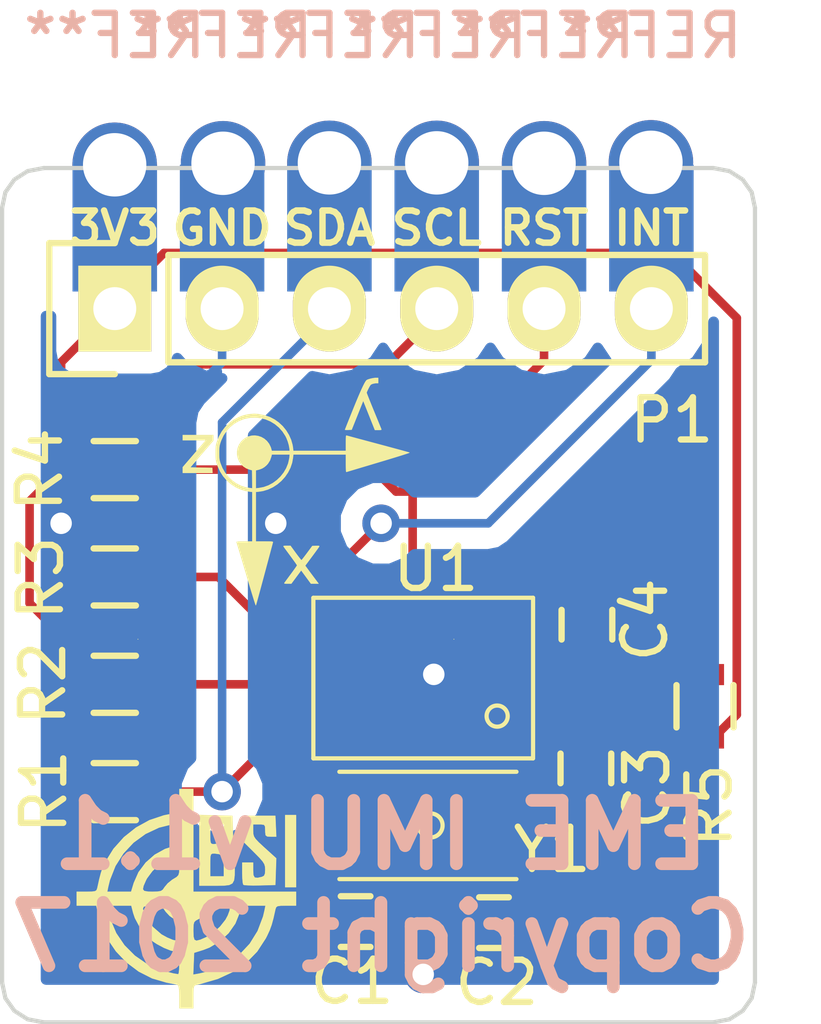
<source format=kicad_pcb>
(kicad_pcb (version 4) (host pcbnew 4.0.2-stable)

  (general
    (links 34)
    (no_connects 0)
    (area 146.483722 91.592599 164.401501 111.91038)
    (thickness 1.6)
    (drawings 28)
    (tracks 146)
    (zones 0)
    (modules 20)
    (nets 12)
  )

  (page A4)
  (layers
    (0 F.Cu signal)
    (31 B.Cu signal)
    (33 F.Adhes user)
    (34 B.Paste user)
    (35 F.Paste user)
    (36 B.SilkS user)
    (37 F.SilkS user)
    (38 B.Mask user)
    (39 F.Mask user)
    (40 Dwgs.User user)
    (41 Cmts.User user)
    (42 Eco1.User user)
    (43 Eco2.User user)
    (44 Edge.Cuts user)
    (45 Margin user)
    (47 F.CrtYd user)
    (49 F.Fab user)
  )

  (setup
    (last_trace_width 0.2032)
    (trace_clearance 0.2)
    (zone_clearance 0.508)
    (zone_45_only no)
    (trace_min 0.2032)
    (segment_width 0.2)
    (edge_width 0.1)
    (via_size 0.889)
    (via_drill 0.508)
    (via_min_size 0.889)
    (via_min_drill 0.508)
    (uvia_size 0.762)
    (uvia_drill 0.127)
    (uvias_allowed no)
    (uvia_min_size 0.508)
    (uvia_min_drill 0.127)
    (pcb_text_width 0.3)
    (pcb_text_size 1.5 1.5)
    (mod_edge_width 0.15)
    (mod_text_size 1 1)
    (mod_text_width 0.15)
    (pad_size 2 3)
    (pad_drill 0)
    (pad_to_mask_clearance 0)
    (aux_axis_origin 0 0)
    (grid_origin 149.2 112.75)
    (visible_elements 7FFFFFFF)
    (pcbplotparams
      (layerselection 0x01008_00000000)
      (usegerberextensions false)
      (excludeedgelayer true)
      (linewidth 0.100000)
      (plotframeref false)
      (viasonmask false)
      (mode 1)
      (useauxorigin false)
      (hpglpennumber 1)
      (hpglpenspeed 20)
      (hpglpendiameter 15)
      (hpglpenoverlay 2)
      (psnegative false)
      (psa4output false)
      (plotreference true)
      (plotvalue true)
      (plotinvisibletext false)
      (padsonsilk false)
      (subtractmaskfromsilk false)
      (outputformat 1)
      (mirror false)
      (drillshape 0)
      (scaleselection 1)
      (outputdirectory ../))
  )

  (net 0 "")
  (net 1 "Net-(C1-Pad1)")
  (net 2 GND)
  (net 3 "Net-(C2-Pad1)")
  (net 4 +3V3)
  (net 5 "Net-(C4-Pad1)")
  (net 6 /SDA)
  (net 7 /SCL)
  (net 8 /RESET)
  (net 9 /INT)
  (net 10 "Net-(R5-Pad2)")
  (net 11 "Net-(R3-Pad1)")

  (net_class Default "This is the default net class."
    (clearance 0.2)
    (trace_width 0.2032)
    (via_dia 0.889)
    (via_drill 0.508)
    (uvia_dia 0.762)
    (uvia_drill 0.127)
    (add_net +3V3)
    (add_net /INT)
    (add_net /RESET)
    (add_net /SCL)
    (add_net /SDA)
    (add_net GND)
    (add_net "Net-(C1-Pad1)")
    (add_net "Net-(C2-Pad1)")
    (add_net "Net-(C4-Pad1)")
    (add_net "Net-(R3-Pad1)")
    (add_net "Net-(R5-Pad2)")
  )

  (module MyFootprints:castle_pad (layer B.Cu) (tedit 59440CF4) (tstamp 5944102F)
    (at 161.9 93.065)
    (fp_text reference REF** (at 0 -4.55) (layer B.SilkS)
      (effects (font (size 1 1) (thickness 0.15)) (justify mirror))
    )
    (fp_text value castle_pad (at 0 4.55) (layer B.Fab)
      (effects (font (size 1 1) (thickness 0.15)) (justify mirror))
    )
    (pad 1 smd rect (at 0 0) (size 2 3) (layers B.Cu B.Paste B.Mask))
  )

  (module MyFootprints:castle_pad (layer B.Cu) (tedit 59440CF4) (tstamp 59441025)
    (at 159.36 93.065)
    (fp_text reference REF** (at 0 -4.55) (layer B.SilkS)
      (effects (font (size 1 1) (thickness 0.15)) (justify mirror))
    )
    (fp_text value castle_pad (at 0 4.55) (layer B.Fab)
      (effects (font (size 1 1) (thickness 0.15)) (justify mirror))
    )
    (pad 1 smd rect (at 0 0) (size 2 3) (layers B.Cu B.Paste B.Mask))
  )

  (module MyFootprints:castle_pad (layer B.Cu) (tedit 59440CF4) (tstamp 59441021)
    (at 156.82 93.065)
    (fp_text reference REF** (at 0 -4.55) (layer B.SilkS)
      (effects (font (size 1 1) (thickness 0.15)) (justify mirror))
    )
    (fp_text value castle_pad (at 0 4.55) (layer B.Fab)
      (effects (font (size 1 1) (thickness 0.15)) (justify mirror))
    )
    (pad 1 smd rect (at 0 0) (size 2 3) (layers B.Cu B.Paste B.Mask))
  )

  (module MyFootprints:castle_pad (layer B.Cu) (tedit 59440CF4) (tstamp 5944101D)
    (at 154.28 93.065)
    (fp_text reference REF** (at 0 -4.55) (layer B.SilkS)
      (effects (font (size 1 1) (thickness 0.15)) (justify mirror))
    )
    (fp_text value castle_pad (at 0 4.55) (layer B.Fab)
      (effects (font (size 1 1) (thickness 0.15)) (justify mirror))
    )
    (pad 1 smd rect (at 0 0) (size 2 3) (layers B.Cu B.Paste B.Mask))
  )

  (module MyFootprints:castle_pad (layer B.Cu) (tedit 59440CF4) (tstamp 59441017)
    (at 151.74 93.065)
    (fp_text reference REF** (at 0 -4.55) (layer B.SilkS)
      (effects (font (size 1 1) (thickness 0.15)) (justify mirror))
    )
    (fp_text value castle_pad (at 0 4.55) (layer B.Fab)
      (effects (font (size 1 1) (thickness 0.15)) (justify mirror))
    )
    (pad 1 smd rect (at 0 0) (size 2 3) (layers B.Cu B.Paste B.Mask))
  )

  (module Resistors_SMD:R_0603 (layer F.Cu) (tedit 5651304F) (tstamp 56510C11)
    (at 149.2 101.32 180)
    (descr "Resistor SMD 0603, reflow soldering, Vishay (see dcrcw.pdf)")
    (tags "resistor 0603")
    (path /56511D1D)
    (attr smd)
    (fp_text reference R3 (at 1.7526 -0.0254 270) (layer F.SilkS)
      (effects (font (size 1 1) (thickness 0.15)))
    )
    (fp_text value 10k (at -2.54 0 180) (layer F.Fab)
      (effects (font (size 1 1) (thickness 0.15)))
    )
    (fp_line (start -1.3 -0.8) (end 1.3 -0.8) (layer F.CrtYd) (width 0.05))
    (fp_line (start -1.3 0.8) (end 1.3 0.8) (layer F.CrtYd) (width 0.05))
    (fp_line (start -1.3 -0.8) (end -1.3 0.8) (layer F.CrtYd) (width 0.05))
    (fp_line (start 1.3 -0.8) (end 1.3 0.8) (layer F.CrtYd) (width 0.05))
    (fp_line (start 0.5 0.675) (end -0.5 0.675) (layer F.SilkS) (width 0.15))
    (fp_line (start -0.5 -0.675) (end 0.5 -0.675) (layer F.SilkS) (width 0.15))
    (pad 1 smd rect (at -0.75 0 180) (size 0.5 0.9) (layers F.Cu F.Paste F.Mask)
      (net 11 "Net-(R3-Pad1)"))
    (pad 2 smd rect (at 0.75 0 180) (size 0.5 0.9) (layers F.Cu F.Paste F.Mask)
      (net 2 GND))
    (model Resistors_SMD.3dshapes/R_0603.wrl
      (at (xyz 0 0 0))
      (scale (xyz 1 1 1))
      (rotate (xyz 0 0 0))
    )
  )

  (module Resistors_SMD:R_0603 (layer F.Cu) (tedit 56513054) (tstamp 56510C17)
    (at 149.2 98.78)
    (descr "Resistor SMD 0603, reflow soldering, Vishay (see dcrcw.pdf)")
    (tags "resistor 0603")
    (path /5651199E)
    (attr smd)
    (fp_text reference R4 (at -1.775 0 90) (layer F.SilkS)
      (effects (font (size 1 1) (thickness 0.15)))
    )
    (fp_text value 10k (at 2.54 0) (layer F.Fab)
      (effects (font (size 1 1) (thickness 0.15)))
    )
    (fp_line (start -1.3 -0.8) (end 1.3 -0.8) (layer F.CrtYd) (width 0.05))
    (fp_line (start -1.3 0.8) (end 1.3 0.8) (layer F.CrtYd) (width 0.05))
    (fp_line (start -1.3 -0.8) (end -1.3 0.8) (layer F.CrtYd) (width 0.05))
    (fp_line (start 1.3 -0.8) (end 1.3 0.8) (layer F.CrtYd) (width 0.05))
    (fp_line (start 0.5 0.675) (end -0.5 0.675) (layer F.SilkS) (width 0.15))
    (fp_line (start -0.5 -0.675) (end 0.5 -0.675) (layer F.SilkS) (width 0.15))
    (pad 1 smd rect (at -0.75 0) (size 0.5 0.9) (layers F.Cu F.Paste F.Mask)
      (net 4 +3V3))
    (pad 2 smd rect (at 0.75 0) (size 0.5 0.9) (layers F.Cu F.Paste F.Mask)
      (net 8 /RESET))
    (model Resistors_SMD.3dshapes/R_0603.wrl
      (at (xyz 0 0 0))
      (scale (xyz 1 1 1))
      (rotate (xyz 0 0 0))
    )
  )

  (module Capacitors_SMD:C_0603 (layer F.Cu) (tedit 5415D631) (tstamp 56510BF3)
    (at 158.175 109.5 180)
    (descr "Capacitor SMD 0603, reflow soldering, AVX (see smccp.pdf)")
    (tags "capacitor 0603")
    (path /56510F83)
    (attr smd)
    (fp_text reference C2 (at -0.0674 -1.4212 180) (layer F.SilkS)
      (effects (font (size 1 1) (thickness 0.15)))
    )
    (fp_text value 22pF (at -3.275 0.025 180) (layer F.Fab)
      (effects (font (size 1 1) (thickness 0.15)))
    )
    (fp_line (start -1.45 -0.75) (end 1.45 -0.75) (layer F.CrtYd) (width 0.05))
    (fp_line (start -1.45 0.75) (end 1.45 0.75) (layer F.CrtYd) (width 0.05))
    (fp_line (start -1.45 -0.75) (end -1.45 0.75) (layer F.CrtYd) (width 0.05))
    (fp_line (start 1.45 -0.75) (end 1.45 0.75) (layer F.CrtYd) (width 0.05))
    (fp_line (start -0.35 -0.6) (end 0.35 -0.6) (layer F.SilkS) (width 0.15))
    (fp_line (start 0.35 0.6) (end -0.35 0.6) (layer F.SilkS) (width 0.15))
    (pad 1 smd rect (at -0.75 0 180) (size 0.8 0.75) (layers F.Cu F.Paste F.Mask)
      (net 3 "Net-(C2-Pad1)"))
    (pad 2 smd rect (at 0.75 0 180) (size 0.8 0.75) (layers F.Cu F.Paste F.Mask)
      (net 2 GND))
    (model Capacitors_SMD.3dshapes/C_0603.wrl
      (at (xyz 0 0 0))
      (scale (xyz 1 1 1))
      (rotate (xyz 0 0 0))
    )
  )

  (module Footprints:LGA28 (layer F.Cu) (tedit 5650F004) (tstamp 56510C37)
    (at 156.5 103.7125 180)
    (path /5653F274)
    (fp_text reference U1 (at -0.3 2.5875 180) (layer F.SilkS)
      (effects (font (size 1 1) (thickness 0.15)))
    )
    (fp_text value BNO055 (at -0.32 2.3925 180) (layer F.Fab)
      (effects (font (size 1 1) (thickness 0.15)))
    )
    (fp_circle (center -1.75 -0.9) (end -1.5 -0.9) (layer F.SilkS) (width 0.1))
    (fp_line (start -2.6 -1.9) (end 2.6 -1.9) (layer F.SilkS) (width 0.1))
    (fp_line (start 2.6 -1.9) (end 2.6 1.9) (layer F.SilkS) (width 0.1))
    (fp_line (start 2.6 1.9) (end -2.6 1.9) (layer F.SilkS) (width 0.1))
    (fp_line (start -2.6 1.9) (end -2.6 -1.9) (layer F.SilkS) (width 0.1))
    (pad 20 smd rect (at 2.25 -1.5625 180) (size 0.25 0.475) (layers F.Cu F.Paste F.Mask)
      (net 6 /SDA))
    (pad 21 smd rect (at 1.75 -1.5625 180) (size 0.25 0.475) (layers F.Cu F.Paste F.Mask))
    (pad 22 smd rect (at 1.25 -1.5625 180) (size 0.25 0.475) (layers F.Cu F.Paste F.Mask))
    (pad 23 smd rect (at 0.75 -1.5625 180) (size 0.25 0.475) (layers F.Cu F.Paste F.Mask))
    (pad 24 smd rect (at 0.25 -1.5625 180) (size 0.25 0.475) (layers F.Cu F.Paste F.Mask))
    (pad 25 smd rect (at -0.25 -1.5625 180) (size 0.25 0.475) (layers F.Cu F.Paste F.Mask)
      (net 2 GND))
    (pad 26 smd rect (at -0.75 -1.5625 180) (size 0.25 0.475) (layers F.Cu F.Paste F.Mask)
      (net 1 "Net-(C1-Pad1)"))
    (pad 27 smd rect (at -1.25 -1.5625 180) (size 0.25 0.475) (layers F.Cu F.Paste F.Mask)
      (net 3 "Net-(C2-Pad1)"))
    (pad 28 smd rect (at -1.75 -1.5625 180) (size 0.25 0.475) (layers F.Cu F.Paste F.Mask)
      (net 4 +3V3))
    (pad 1 smd rect (at -2.25 -1.5625 180) (size 0.25 0.475) (layers F.Cu F.Paste F.Mask))
    (pad 15 smd rect (at 2.25 1.5625 180) (size 0.25 0.475) (layers F.Cu F.Paste F.Mask)
      (net 2 GND))
    (pad 14 smd rect (at 1.75 1.5625 180) (size 0.25 0.475) (layers F.Cu F.Paste F.Mask)
      (net 9 /INT))
    (pad 13 smd rect (at 1.25 1.5625 180) (size 0.25 0.475) (layers F.Cu F.Paste F.Mask))
    (pad 12 smd rect (at 0.75 1.5625 180) (size 0.25 0.475) (layers F.Cu F.Paste F.Mask))
    (pad 11 smd rect (at 0.25 1.5625 180) (size 0.25 0.475) (layers F.Cu F.Paste F.Mask)
      (net 8 /RESET))
    (pad 10 smd rect (at -0.25 1.5625 180) (size 0.25 0.475) (layers F.Cu F.Paste F.Mask)
      (net 2 GND))
    (pad 9 smd rect (at -0.75 1.5625 180) (size 0.25 0.475) (layers F.Cu F.Paste F.Mask)
      (net 5 "Net-(C4-Pad1)"))
    (pad 8 smd rect (at -1.25 1.5625 180) (size 0.25 0.475) (layers F.Cu F.Paste F.Mask))
    (pad 7 smd rect (at -1.75 1.5625 180) (size 0.25 0.475) (layers F.Cu F.Paste F.Mask))
    (pad 6 smd rect (at -2.25 1.5625 180) (size 0.25 0.475) (layers F.Cu F.Paste F.Mask)
      (net 2 GND))
    (pad 19 smd rect (at 2.3125 -0.75 180) (size 0.375 0.25) (layers F.Cu F.Paste F.Mask)
      (net 7 /SCL))
    (pad 18 smd rect (at 2.3125 -0.25 180) (size 0.375 0.25) (layers F.Cu F.Paste F.Mask)
      (net 2 GND))
    (pad 17 smd rect (at 2.3125 0.25 180) (size 0.375 0.25) (layers F.Cu F.Paste F.Mask)
      (net 11 "Net-(R3-Pad1)"))
    (pad 16 smd rect (at 2.3125 0.75 180) (size 0.375 0.25) (layers F.Cu F.Paste F.Mask)
      (net 2 GND))
    (pad 2 smd rect (at -2.3125 -0.75 180) (size 0.375 0.25) (layers F.Cu F.Paste F.Mask)
      (net 2 GND))
    (pad 3 smd rect (at -2.3125 -0.25 180) (size 0.375 0.25) (layers F.Cu F.Paste F.Mask)
      (net 4 +3V3))
    (pad 4 smd rect (at -2.3125 0.25 180) (size 0.375 0.25) (layers F.Cu F.Paste F.Mask)
      (net 10 "Net-(R5-Pad2)"))
    (pad 5 smd rect (at -2.3125 0.75 180) (size 0.375 0.25) (layers F.Cu F.Paste F.Mask)
      (net 2 GND))
    (model "C:/Users/BSI/Google Drive/Kicad/Kicad Projects/BNO055 Breakout - Teensy/Cut.wrl"
      (at (xyz 0 0 0))
      (scale (xyz 1 1 1))
      (rotate (xyz 0 0 0))
    )
  )

  (module Capacitors_SMD:C_0603 (layer F.Cu) (tedit 5415D631) (tstamp 56510BED)
    (at 154.9 109.475)
    (descr "Capacitor SMD 0603, reflow soldering, AVX (see smccp.pdf)")
    (tags "capacitor 0603")
    (path /56510F29)
    (attr smd)
    (fp_text reference C1 (at -0.0866 1.4208) (layer F.SilkS)
      (effects (font (size 1 1) (thickness 0.15)))
    )
    (fp_text value 22pF (at -3 0.075) (layer F.Fab)
      (effects (font (size 1 1) (thickness 0.15)))
    )
    (fp_line (start -1.45 -0.75) (end 1.45 -0.75) (layer F.CrtYd) (width 0.05))
    (fp_line (start -1.45 0.75) (end 1.45 0.75) (layer F.CrtYd) (width 0.05))
    (fp_line (start -1.45 -0.75) (end -1.45 0.75) (layer F.CrtYd) (width 0.05))
    (fp_line (start 1.45 -0.75) (end 1.45 0.75) (layer F.CrtYd) (width 0.05))
    (fp_line (start -0.35 -0.6) (end 0.35 -0.6) (layer F.SilkS) (width 0.15))
    (fp_line (start 0.35 0.6) (end -0.35 0.6) (layer F.SilkS) (width 0.15))
    (pad 1 smd rect (at -0.75 0) (size 0.8 0.75) (layers F.Cu F.Paste F.Mask)
      (net 1 "Net-(C1-Pad1)"))
    (pad 2 smd rect (at 0.75 0) (size 0.8 0.75) (layers F.Cu F.Paste F.Mask)
      (net 2 GND))
    (model Capacitors_SMD.3dshapes/C_0603.wrl
      (at (xyz 0 0 0))
      (scale (xyz 1 1 1))
      (rotate (xyz 0 0 0))
    )
  )

  (module Capacitors_SMD:C_0603 (layer F.Cu) (tedit 565144FA) (tstamp 56510BF9)
    (at 160.35 105.85 270)
    (descr "Capacitor SMD 0603, reflow soldering, AVX (see smccp.pdf)")
    (tags "capacitor 0603")
    (path /56510C9C)
    (attr smd)
    (fp_text reference C3 (at 0.4484 -1.4484 270) (layer F.SilkS)
      (effects (font (size 1 1) (thickness 0.15)))
    )
    (fp_text value 100nF (at 0.55 -1.55 270) (layer F.Fab)
      (effects (font (size 1 1) (thickness 0.15)))
    )
    (fp_line (start -1.45 -0.75) (end 1.45 -0.75) (layer F.CrtYd) (width 0.05))
    (fp_line (start -1.45 0.75) (end 1.45 0.75) (layer F.CrtYd) (width 0.05))
    (fp_line (start -1.45 -0.75) (end -1.45 0.75) (layer F.CrtYd) (width 0.05))
    (fp_line (start 1.45 -0.75) (end 1.45 0.75) (layer F.CrtYd) (width 0.05))
    (fp_line (start -0.35 -0.6) (end 0.35 -0.6) (layer F.SilkS) (width 0.15))
    (fp_line (start 0.35 0.6) (end -0.35 0.6) (layer F.SilkS) (width 0.15))
    (pad 1 smd rect (at -0.75 0 270) (size 0.8 0.75) (layers F.Cu F.Paste F.Mask)
      (net 4 +3V3))
    (pad 2 smd rect (at 0.75 0 270) (size 0.8 0.75) (layers F.Cu F.Paste F.Mask)
      (net 2 GND))
    (model Capacitors_SMD.3dshapes/C_0603.wrl
      (at (xyz 0 0 0))
      (scale (xyz 1 1 1))
      (rotate (xyz 0 0 0))
    )
  )

  (module Capacitors_SMD:C_0603 (layer F.Cu) (tedit 565144EF) (tstamp 56510BFF)
    (at 160.375 102.45 270)
    (descr "Capacitor SMD 0603, reflow soldering, AVX (see smccp.pdf)")
    (tags "capacitor 0603")
    (path /56510CD7)
    (attr smd)
    (fp_text reference C4 (at -0.114 -1.3726 270) (layer F.SilkS)
      (effects (font (size 1 1) (thickness 0.15)))
    )
    (fp_text value 100nF (at -1.13 -1.525 270) (layer F.Fab)
      (effects (font (size 1 1) (thickness 0.15)))
    )
    (fp_line (start -1.45 -0.75) (end 1.45 -0.75) (layer F.CrtYd) (width 0.05))
    (fp_line (start -1.45 0.75) (end 1.45 0.75) (layer F.CrtYd) (width 0.05))
    (fp_line (start -1.45 -0.75) (end -1.45 0.75) (layer F.CrtYd) (width 0.05))
    (fp_line (start 1.45 -0.75) (end 1.45 0.75) (layer F.CrtYd) (width 0.05))
    (fp_line (start -0.35 -0.6) (end 0.35 -0.6) (layer F.SilkS) (width 0.15))
    (fp_line (start 0.35 0.6) (end -0.35 0.6) (layer F.SilkS) (width 0.15))
    (pad 1 smd rect (at -0.75 0 270) (size 0.8 0.75) (layers F.Cu F.Paste F.Mask)
      (net 5 "Net-(C4-Pad1)"))
    (pad 2 smd rect (at 0.75 0 270) (size 0.8 0.75) (layers F.Cu F.Paste F.Mask)
      (net 2 GND))
    (model Capacitors_SMD.3dshapes/C_0603.wrl
      (at (xyz 0 0 0))
      (scale (xyz 1 1 1))
      (rotate (xyz 0 0 0))
    )
  )

  (module Resistors_SMD:R_0603 (layer F.Cu) (tedit 565144D7) (tstamp 56510C05)
    (at 149.2 106.4)
    (descr "Resistor SMD 0603, reflow soldering, Vishay (see dcrcw.pdf)")
    (tags "resistor 0603")
    (path /579F915E)
    (attr smd)
    (fp_text reference R1 (at -1.675 0 90) (layer F.SilkS)
      (effects (font (size 1 1) (thickness 0.15)))
    )
    (fp_text value 10k (at 2.54 -0.1) (layer F.Fab)
      (effects (font (size 1 1) (thickness 0.15)))
    )
    (fp_line (start -1.3 -0.8) (end 1.3 -0.8) (layer F.CrtYd) (width 0.05))
    (fp_line (start -1.3 0.8) (end 1.3 0.8) (layer F.CrtYd) (width 0.05))
    (fp_line (start -1.3 -0.8) (end -1.3 0.8) (layer F.CrtYd) (width 0.05))
    (fp_line (start 1.3 -0.8) (end 1.3 0.8) (layer F.CrtYd) (width 0.05))
    (fp_line (start 0.5 0.675) (end -0.5 0.675) (layer F.SilkS) (width 0.15))
    (fp_line (start -0.5 -0.675) (end 0.5 -0.675) (layer F.SilkS) (width 0.15))
    (pad 1 smd rect (at -0.75 0) (size 0.5 0.9) (layers F.Cu F.Paste F.Mask)
      (net 4 +3V3))
    (pad 2 smd rect (at 0.75 0) (size 0.5 0.9) (layers F.Cu F.Paste F.Mask)
      (net 6 /SDA))
    (model Resistors_SMD.3dshapes/R_0603.wrl
      (at (xyz 0 0 0))
      (scale (xyz 1 1 1))
      (rotate (xyz 0 0 0))
    )
  )

  (module Resistors_SMD:R_0603 (layer F.Cu) (tedit 565144D1) (tstamp 56510C0B)
    (at 149.2 103.86)
    (descr "Resistor SMD 0603, reflow soldering, Vishay (see dcrcw.pdf)")
    (tags "resistor 0603")
    (path /56511699)
    (attr smd)
    (fp_text reference R2 (at -1.7 -0.025 90) (layer F.SilkS)
      (effects (font (size 1 1) (thickness 0.15)))
    )
    (fp_text value 10k (at 2.54 -0.05) (layer F.Fab)
      (effects (font (size 1 1) (thickness 0.15)))
    )
    (fp_line (start -1.3 -0.8) (end 1.3 -0.8) (layer F.CrtYd) (width 0.05))
    (fp_line (start -1.3 0.8) (end 1.3 0.8) (layer F.CrtYd) (width 0.05))
    (fp_line (start -1.3 -0.8) (end -1.3 0.8) (layer F.CrtYd) (width 0.05))
    (fp_line (start 1.3 -0.8) (end 1.3 0.8) (layer F.CrtYd) (width 0.05))
    (fp_line (start 0.5 0.675) (end -0.5 0.675) (layer F.SilkS) (width 0.15))
    (fp_line (start -0.5 -0.675) (end 0.5 -0.675) (layer F.SilkS) (width 0.15))
    (pad 1 smd rect (at -0.75 0) (size 0.5 0.9) (layers F.Cu F.Paste F.Mask)
      (net 4 +3V3))
    (pad 2 smd rect (at 0.75 0) (size 0.5 0.9) (layers F.Cu F.Paste F.Mask)
      (net 7 /SCL))
    (model Resistors_SMD.3dshapes/R_0603.wrl
      (at (xyz 0 0 0))
      (scale (xyz 1 1 1))
      (rotate (xyz 0 0 0))
    )
  )

  (module Footprints:ABS07-XTAL (layer F.Cu) (tedit 565217F4) (tstamp 56510C3D)
    (at 156.675 107.2)
    (tags CRYSTAL)
    (path /56510EAC)
    (fp_text reference Y1 (at 2.875 0.575) (layer F.SilkS)
      (effects (font (size 1 1) (thickness 0.15)))
    )
    (fp_text value Crystal (at 0 0.47) (layer F.Fab)
      (effects (font (size 1 1) (thickness 0.15)))
    )
    (fp_circle (center 0 0) (end 0.127 0.254) (layer F.SilkS) (width 0.1))
    (fp_line (start -2.159 1.27) (end 2.032 1.27) (layer F.SilkS) (width 0.1))
    (fp_line (start -2.159 -1.27) (end 2.032 -1.27) (layer F.SilkS) (width 0.1))
    (pad 1 smd rect (at -1.25 0) (size 1 1.8) (layers F.Cu F.Paste F.Mask)
      (net 1 "Net-(C1-Pad1)"))
    (pad 2 smd rect (at 1.25 0) (size 1 1.8) (layers F.Cu F.Paste F.Mask)
      (net 3 "Net-(C2-Pad1)"))
    (model "C:/Users/BSI/Google Drive/Kicad/Kicad Projects/BNO055 Breakout - Teensy/Cube.wrl"
      (at (xyz -0.065 -0.03 0))
      (scale (xyz 1 1 1))
      (rotate (xyz 0 0 0))
    )
  )

  (module Pin_Headers:Pin_Header_Straight_1x06 (layer F.Cu) (tedit 59440602) (tstamp 579F791C)
    (at 149.2 94.97 90)
    (descr "Through hole pin header")
    (tags "pin header")
    (path /579F77F1)
    (fp_text reference P1 (at -2.6416 13.1826 180) (layer F.SilkS)
      (effects (font (size 1 1) (thickness 0.15)))
    )
    (fp_text value CONN_01X06 (at 2.54 7.62 180) (layer F.Fab)
      (effects (font (size 1 1) (thickness 0.15)))
    )
    (fp_line (start -1.75 -1.75) (end -1.75 14.45) (layer F.CrtYd) (width 0.05))
    (fp_line (start 1.75 -1.75) (end 1.75 14.45) (layer F.CrtYd) (width 0.05))
    (fp_line (start -1.75 -1.75) (end 1.75 -1.75) (layer F.CrtYd) (width 0.05))
    (fp_line (start -1.75 14.45) (end 1.75 14.45) (layer F.CrtYd) (width 0.05))
    (fp_line (start 1.27 1.27) (end 1.27 13.97) (layer F.SilkS) (width 0.15))
    (fp_line (start 1.27 13.97) (end -1.27 13.97) (layer F.SilkS) (width 0.15))
    (fp_line (start -1.27 13.97) (end -1.27 1.27) (layer F.SilkS) (width 0.15))
    (fp_line (start 1.55 -1.55) (end 1.55 0) (layer F.SilkS) (width 0.15))
    (fp_line (start 1.27 1.27) (end -1.27 1.27) (layer F.SilkS) (width 0.15))
    (fp_line (start -1.55 0) (end -1.55 -1.55) (layer F.SilkS) (width 0.15))
    (fp_line (start -1.55 -1.55) (end 1.55 -1.55) (layer F.SilkS) (width 0.15))
    (pad 1 thru_hole rect (at 0 0 90) (size 2.032 1.7272) (drill 1.016) (layers *.Cu *.Mask F.SilkS)
      (net 4 +3V3))
    (pad 2 thru_hole oval (at 0 2.54 90) (size 2.032 1.7272) (drill 1.016) (layers *.Cu *.Mask F.SilkS)
      (net 2 GND))
    (pad 3 thru_hole oval (at 0 5.08 90) (size 2.032 1.7272) (drill 1.016) (layers *.Cu *.Mask F.SilkS)
      (net 6 /SDA))
    (pad 4 thru_hole oval (at 0 7.62 90) (size 2.032 1.7272) (drill 1.016) (layers *.Cu *.Mask F.SilkS)
      (net 7 /SCL))
    (pad 5 thru_hole oval (at 0 10.16 90) (size 2.032 1.7272) (drill 1.016) (layers *.Cu *.Mask F.SilkS)
      (net 8 /RESET))
    (pad 6 thru_hole oval (at 0 12.7 90) (size 2.032 1.7272) (drill 1.016) (layers *.Cu *.Mask F.SilkS)
      (net 9 /INT))
    (model Pin_Headers.3dshapes/Pin_Header_Straight_1x06.wrl
      (at (xyz 0 -0.25 0))
      (scale (xyz 1 1 1))
      (rotate (xyz 0 0 90))
    )
  )

  (module Resistors_SMD:R_0603 (layer F.Cu) (tedit 5415CC62) (tstamp 579F7922)
    (at 163.17 104.38 90)
    (descr "Resistor SMD 0603, reflow soldering, Vishay (see dcrcw.pdf)")
    (tags "resistor 0603")
    (path /579F7EA6)
    (attr smd)
    (fp_text reference R5 (at -2.3502 0.1016 90) (layer F.SilkS)
      (effects (font (size 1 1) (thickness 0.15)))
    )
    (fp_text value 10k (at 0 1.9 90) (layer F.Fab)
      (effects (font (size 1 1) (thickness 0.15)))
    )
    (fp_line (start -1.3 -0.8) (end 1.3 -0.8) (layer F.CrtYd) (width 0.05))
    (fp_line (start -1.3 0.8) (end 1.3 0.8) (layer F.CrtYd) (width 0.05))
    (fp_line (start -1.3 -0.8) (end -1.3 0.8) (layer F.CrtYd) (width 0.05))
    (fp_line (start 1.3 -0.8) (end 1.3 0.8) (layer F.CrtYd) (width 0.05))
    (fp_line (start 0.5 0.675) (end -0.5 0.675) (layer F.SilkS) (width 0.15))
    (fp_line (start -0.5 -0.675) (end 0.5 -0.675) (layer F.SilkS) (width 0.15))
    (pad 1 smd rect (at -0.75 0 90) (size 0.5 0.9) (layers F.Cu F.Paste F.Mask)
      (net 4 +3V3))
    (pad 2 smd rect (at 0.75 0 90) (size 0.5 0.9) (layers F.Cu F.Paste F.Mask)
      (net 10 "Net-(R5-Pad2)"))
    (model Resistors_SMD.3dshapes/R_0603.wrl
      (at (xyz 0 0 0))
      (scale (xyz 1 1 1))
      (rotate (xyz 0 0 0))
    )
  )

  (module Graphics:small_bsi_logo (layer F.Cu) (tedit 0) (tstamp 57B74A97)
    (at 150.8764 108.9146)
    (fp_text reference G*** (at -24.9428 -2.6416) (layer F.SilkS) hide
      (effects (font (thickness 0.3)))
    )
    (fp_text value LOGO (at -24.3078 0.7112) (layer F.SilkS) hide
      (effects (font (thickness 0.3)))
    )
    (fp_poly (pts (xy 0.181429 -0.145143) (xy 2.612572 -0.145143) (xy 2.612572 0.181429) (xy 2.377406 0.181429)
      (xy 2.25035 0.183151) (xy 2.177885 0.192986) (xy 2.142038 0.217937) (xy 2.124839 0.265006)
      (xy 2.121312 0.281214) (xy 2.076572 0.482132) (xy 2.034584 0.635524) (xy 1.987241 0.765617)
      (xy 1.926437 0.896641) (xy 1.894962 0.957724) (xy 1.692661 1.268242) (xy 1.436929 1.530929)
      (xy 1.127116 1.746226) (xy 0.762571 1.914572) (xy 0.342643 2.036408) (xy 0.281214 2.04941)
      (xy 0.230392 2.062897) (xy 0.20064 2.088671) (xy 0.18632 2.143218) (xy 0.181792 2.243024)
      (xy 0.181429 2.34112) (xy 0.181429 2.612572) (xy -0.145143 2.612572) (xy -0.145143 2.33929)
      (xy -0.150423 2.178095) (xy -0.166742 2.084203) (xy -0.1905 2.053731) (xy -0.248728 2.040869)
      (xy -0.353251 2.020093) (xy -0.453571 2.001104) (xy -0.791176 1.902795) (xy -0.957488 1.818186)
      (xy 0.178171 1.818186) (xy 0.315871 1.793729) (xy 0.432115 1.767062) (xy 0.574072 1.726517)
      (xy 0.647063 1.70276) (xy 0.984869 1.550379) (xy 1.276602 1.343455) (xy 1.518276 1.086568)
      (xy 1.705902 0.784296) (xy 1.835494 0.441218) (xy 1.869043 0.299357) (xy 1.892624 0.181429)
      (xy 1.320006 0.181429) (xy 1.275 0.357033) (xy 1.175309 0.606445) (xy 1.015657 0.833558)
      (xy 0.807933 1.026282) (xy 0.564024 1.172527) (xy 0.417286 1.229233) (xy 0.199572 1.297509)
      (xy 0.188871 1.557847) (xy 0.178171 1.818186) (xy -0.957488 1.818186) (xy -1.108397 1.741414)
      (xy -1.396458 1.525524) (xy -1.646587 1.263688) (xy -1.850008 0.964472) (xy -1.997949 0.636437)
      (xy -2.054351 0.438677) (xy -2.101505 0.229871) (xy -1.840266 0.229871) (xy -1.839568 0.302292)
      (xy -1.806725 0.424563) (xy -1.778535 0.515867) (xy -1.643094 0.834984) (xy -1.448129 1.121509)
      (xy -1.202117 1.368185) (xy -0.91354 1.567758) (xy -0.590876 1.712972) (xy -0.290285 1.789235)
      (xy -0.210774 1.802671) (xy -0.172357 1.809344) (xy -0.159372 1.778509) (xy -0.149755 1.692425)
      (xy -0.145269 1.568398) (xy -0.145143 1.542143) (xy -0.146564 1.403442) (xy -0.153873 1.321962)
      (xy -0.171636 1.282364) (xy -0.204422 1.269312) (xy -0.226785 1.267973) (xy -0.349956 1.243674)
      (xy -0.50632 1.182187) (xy -0.673702 1.093239) (xy -0.774397 1.027783) (xy -0.939676 0.878419)
      (xy -1.087445 0.685134) (xy -1.198514 0.475649) (xy -1.238713 0.357033) (xy -1.264291 0.25723)
      (xy -1.013354 0.25723) (xy -0.984867 0.347893) (xy -0.928526 0.463849) (xy -0.774778 0.689663)
      (xy -0.573241 0.864598) (xy -0.435428 0.940579) (xy -0.297955 0.998136) (xy -0.21235 1.015086)
      (xy -0.166461 0.984994) (xy -0.148132 0.901423) (xy -0.145143 0.786864) (xy 0.181429 0.786864)
      (xy 0.185899 0.917576) (xy 0.207147 0.991862) (xy 0.256931 1.015202) (xy 0.347007 0.993076)
      (xy 0.489132 0.930964) (xy 0.489857 0.930625) (xy 0.658194 0.825694) (xy 0.817959 0.680332)
      (xy 0.946143 0.517761) (xy 1.001383 0.414444) (xy 1.044832 0.297215) (xy 1.04777 0.227609)
      (xy 1.00097 0.19343) (xy 0.895207 0.182478) (xy 0.8255 0.181878) (xy 0.699686 0.18445)
      (xy 0.623163 0.197959) (xy 0.572662 0.232037) (xy 0.524914 0.296312) (xy 0.516027 0.309963)
      (xy 0.429513 0.409621) (xy 0.324191 0.488923) (xy 0.307384 0.497663) (xy 0.238877 0.533676)
      (xy 0.201202 0.57285) (xy 0.185144 0.636348) (xy 0.181486 0.74533) (xy 0.181429 0.786864)
      (xy -0.145143 0.786864) (xy -0.146981 0.661359) (xy -0.158639 0.587263) (xy -0.189334 0.543413)
      (xy -0.248282 0.508648) (xy -0.271098 0.497663) (xy -0.375348 0.425706) (xy -0.468117 0.3268)
      (xy -0.47974 0.309963) (xy -0.529196 0.239994) (xy -0.577703 0.201756) (xy -0.648529 0.185619)
      (xy -0.764943 0.181951) (xy -0.789214 0.181878) (xy -0.921386 0.186081) (xy -0.994146 0.207246)
      (xy -1.013354 0.25723) (xy -1.264291 0.25723) (xy -1.283719 0.181429) (xy -1.567145 0.181429)
      (xy -1.71229 0.182468) (xy -1.800585 0.194273) (xy -1.840266 0.229871) (xy -2.101505 0.229871)
      (xy -2.112445 0.181429) (xy -2.576285 0.181429) (xy -2.576285 -0.145143) (xy -2.34112 -0.145143)
      (xy -1.856337 -0.145143) (xy -1.288143 -0.145243) (xy -1.27022 -0.204443) (xy -1.013243 -0.204443)
      (xy -0.980466 -0.162709) (xy -0.892043 -0.147161) (xy -0.787966 -0.145143) (xy -0.661317 -0.147646)
      (xy -0.585317 -0.160595) (xy -0.538082 -0.192147) (xy -0.497725 -0.250461) (xy -0.495542 -0.254147)
      (xy -0.42201 -0.341991) (xy -0.31855 -0.425959) (xy -0.288427 -0.444647) (xy -0.210573 -0.492052)
      (xy -0.167869 -0.536478) (xy -0.149721 -0.600759) (xy -0.145539 -0.707728) (xy -0.145422 -0.752928)
      (xy -0.150362 -0.886777) (xy -0.173747 -0.95996) (xy -0.22781 -0.979415) (xy -0.324782 -0.952082)
      (xy -0.422257 -0.909955) (xy -0.613761 -0.794428) (xy -0.785903 -0.63827) (xy -0.915486 -0.463588)
      (xy -0.939932 -0.416617) (xy -0.997393 -0.2849) (xy -1.013243 -0.204443) (xy -1.27022 -0.204443)
      (xy -1.224989 -0.353836) (xy -1.112538 -0.607589) (xy -0.943265 -0.834075) (xy -0.730159 -1.020965)
      (xy -0.486207 -1.155931) (xy -0.324928 -1.208181) (xy -0.145143 -1.250888) (xy -0.145143 -1.773437)
      (xy -0.281214 -1.752955) (xy -0.630919 -1.665108) (xy -0.950573 -1.514998) (xy -1.233452 -1.309083)
      (xy -1.472829 -1.053823) (xy -1.66198 -0.755674) (xy -1.794178 -0.421096) (xy -1.832757 -0.263071)
      (xy -1.856337 -0.145143) (xy -2.34112 -0.145143) (xy -2.214064 -0.146865) (xy -2.141599 -0.1567)
      (xy -2.105752 -0.181651) (xy -2.088552 -0.22872) (xy -2.085025 -0.244928) (xy -2.041644 -0.44188)
      (xy -2.003314 -0.588371) (xy -1.963511 -0.705581) (xy -1.915716 -0.814692) (xy -1.899305 -0.84809)
      (xy -1.705425 -1.160198) (xy -1.459373 -1.434865) (xy -1.171923 -1.66379) (xy -0.853846 -1.838668)
      (xy -0.515916 -1.951197) (xy -0.450326 -1.964849) (xy -0.327693 -1.988497) (xy -0.231244 -2.008166)
      (xy -0.1905 -2.017445) (xy -0.163983 -2.056434) (xy -0.149133 -2.15878) (xy -0.145143 -2.303004)
      (xy -0.145143 -2.576285) (xy 0.181429 -2.576285) (xy 0.181429 -0.145143)) (layer F.SilkS) (width 0.01))
    (fp_poly (pts (xy 2.612572 -0.254) (xy 2.358572 -0.254) (xy 2.358572 -1.959428) (xy 2.612572 -1.959428)
      (xy 2.612572 -0.254)) (layer F.SilkS) (width 0.01))
    (fp_poly (pts (xy 0.716643 -1.951585) (xy 1.106714 -1.941285) (xy 1.117411 -1.614714) (xy 1.120937 -1.456301)
      (xy 1.117094 -1.353568) (xy 1.103099 -1.289769) (xy 1.07617 -1.248157) (xy 1.053024 -1.227179)
      (xy 0.97794 -1.166216) (xy 1.069542 -1.074614) (xy 1.117054 -1.019364) (xy 1.144652 -0.958001)
      (xy 1.157584 -0.869443) (xy 1.161103 -0.732611) (xy 1.161143 -0.706835) (xy 1.158987 -0.534477)
      (xy 1.144628 -0.417742) (xy 1.106234 -0.345793) (xy 1.031971 -0.307793) (xy 0.910006 -0.292904)
      (xy 0.728504 -0.290289) (xy 0.706295 -0.290285) (xy 0.326572 -0.290285) (xy 0.326572 -0.780143)
      (xy 0.580572 -0.780143) (xy 0.580572 -0.508) (xy 0.907143 -0.508) (xy 0.907143 -0.74258)
      (xy 0.898309 -0.895144) (xy 0.865475 -0.989196) (xy 0.799147 -1.037332) (xy 0.689829 -1.052148)
      (xy 0.673671 -1.052286) (xy 0.626324 -1.04916) (xy 0.598572 -1.02959) (xy 0.585182 -0.97828)
      (xy 0.580922 -0.879938) (xy 0.580572 -0.780143) (xy 0.326572 -0.780143) (xy 0.326572 -1.741714)
      (xy 0.580572 -1.741714) (xy 0.580572 -1.505857) (xy 0.582093 -1.379106) (xy 0.590976 -1.308511)
      (xy 0.613697 -1.277664) (xy 0.656734 -1.270155) (xy 0.673671 -1.27) (xy 0.775344 -1.284823)
      (xy 0.836957 -1.307562) (xy 0.87958 -1.345837) (xy 0.900982 -1.414917) (xy 0.907129 -1.534852)
      (xy 0.907143 -1.543419) (xy 0.907143 -1.741714) (xy 0.580572 -1.741714) (xy 0.326572 -1.741714)
      (xy 0.326572 -1.961884) (xy 0.716643 -1.951585)) (layer F.SilkS) (width 0.01))
    (fp_poly (pts (xy 2.133444 -1.696357) (xy 2.144173 -1.451428) (xy 2.015515 -1.451428) (xy 1.933145 -1.455726)
      (xy 1.89654 -1.48257) (xy 1.887149 -1.552888) (xy 1.886857 -1.596571) (xy 1.883366 -1.689474)
      (xy 1.858925 -1.730756) (xy 1.792584 -1.741365) (xy 1.741715 -1.741714) (xy 1.596572 -1.741714)
      (xy 1.596572 -1.58672) (xy 1.599832 -1.513311) (xy 1.616237 -1.453358) (xy 1.655718 -1.392238)
      (xy 1.728209 -1.315324) (xy 1.843642 -1.20799) (xy 1.870075 -1.184014) (xy 2.143579 -0.936303)
      (xy 2.133147 -0.622366) (xy 2.122715 -0.308428) (xy 1.758023 -0.298167) (xy 1.601877 -0.296222)
      (xy 1.473723 -0.299212) (xy 1.390315 -0.306489) (xy 1.367952 -0.313286) (xy 1.355179 -0.359975)
      (xy 1.346063 -0.458018) (xy 1.342572 -0.586219) (xy 1.342572 -0.834571) (xy 1.596572 -0.834571)
      (xy 1.596572 -0.653143) (xy 1.603328 -0.536706) (xy 1.633813 -0.480232) (xy 1.703355 -0.472073)
      (xy 1.805215 -0.494584) (xy 1.858547 -0.521441) (xy 1.882177 -0.578576) (xy 1.886857 -0.667354)
      (xy 1.882984 -0.738961) (xy 1.865121 -0.800485) (xy 1.823906 -0.866388) (xy 1.749974 -0.951131)
      (xy 1.633963 -1.069174) (xy 1.613529 -1.089479) (xy 1.3402 -1.360714) (xy 1.350457 -1.651)
      (xy 1.360714 -1.941285) (xy 2.122715 -1.941285) (xy 2.133444 -1.696357)) (layer F.SilkS) (width 0.01))
  )

  (module MyFootprints:castle_pad (layer B.Cu) (tedit 59440CF4) (tstamp 59441008)
    (at 149.2 93.065)
    (fp_text reference REF** (at 0 -4.55) (layer B.SilkS)
      (effects (font (size 1 1) (thickness 0.15)) (justify mirror))
    )
    (fp_text value castle_pad (at 0 4.55) (layer B.Fab)
      (effects (font (size 1 1) (thickness 0.15)) (justify mirror))
    )
    (pad 1 smd rect (at 0 0) (size 2 3) (layers B.Cu B.Paste B.Mask))
  )

  (module MyFootprints:axis_labels (layer F.Cu) (tedit 0) (tstamp 59441D0A)
    (at 153.4926 99.3642 180)
    (fp_text reference G*** (at 21.4884 3.302 180) (layer F.SilkS) hide
      (effects (font (thickness 0.3)))
    )
    (fp_text value LOGO (at 20.8534 1.0668 180) (layer F.SilkS) hide
      (effects (font (thickness 0.3)))
    )
    (fp_poly (pts (xy -3.72872 3.429) (xy -3.7338 3.43408) (xy -3.73888 3.429) (xy -3.7338 3.42392)
      (xy -3.72872 3.429)) (layer F.SilkS) (width 0.01))
    (fp_poly (pts (xy 3.74904 3.429) (xy 3.74396 3.43408) (xy 3.73888 3.429) (xy 3.74396 3.42392)
      (xy 3.74904 3.429)) (layer F.SilkS) (width 0.01))
    (fp_poly (pts (xy -1.86436 1.524239) (xy -1.588092 2.217553) (xy -1.450421 1.873316) (xy -1.312751 1.52908)
      (xy -1.235496 1.526112) (xy -1.198815 1.525423) (xy -1.171564 1.526282) (xy -1.158665 1.528498)
      (xy -1.15824 1.529107) (xy -1.16193 1.539415) (xy -1.172521 1.566765) (xy -1.189297 1.609359)
      (xy -1.211544 1.6654) (xy -1.238546 1.733093) (xy -1.269587 1.81064) (xy -1.303951 1.896244)
      (xy -1.340922 1.988109) (xy -1.35159 2.014575) (xy -1.412034 2.163067) (xy -1.466032 2.292726)
      (xy -1.513759 2.403928) (xy -1.55539 2.497052) (xy -1.5911 2.572474) (xy -1.621062 2.630573)
      (xy -1.645452 2.671727) (xy -1.664445 2.696311) (xy -1.668536 2.700049) (xy -1.691801 2.712436)
      (xy -1.729086 2.725438) (xy -1.774209 2.737502) (xy -1.820984 2.747074) (xy -1.863229 2.7526)
      (xy -1.880671 2.75336) (xy -1.94056 2.75336) (xy -1.94056 2.63144) (xy -1.89665 2.63144)
      (xy -1.858606 2.627873) (xy -1.817218 2.618971) (xy -1.80586 2.615466) (xy -1.783717 2.606982)
      (xy -1.76709 2.596632) (xy -1.75245 2.580415) (xy -1.73627 2.554329) (xy -1.71502 2.514374)
      (xy -1.71261 2.509712) (xy -1.69283 2.469966) (xy -1.677253 2.435914) (xy -1.66795 2.412235)
      (xy -1.66624 2.404882) (xy -1.669998 2.392582) (xy -1.680744 2.363505) (xy -1.697687 2.319647)
      (xy -1.720036 2.263003) (xy -1.747 2.195568) (xy -1.777787 2.119337) (xy -1.811608 2.036306)
      (xy -1.834784 1.979776) (xy -1.870443 1.893) (xy -1.90394 1.811441) (xy -1.934438 1.737146)
      (xy -1.961095 1.672165) (xy -1.983071 1.618545) (xy -1.999527 1.578335) (xy -2.009622 1.553583)
      (xy -2.012333 1.54686) (xy -2.015998 1.535376) (xy -2.013297 1.528581) (xy -2.000505 1.525256)
      (xy -1.973895 1.524182) (xy -1.942849 1.524119) (xy -1.86436 1.524239)) (layer F.SilkS) (width 0.01))
    (fp_poly (pts (xy 0.958069 -2.615594) (xy 0.967309 -2.589321) (xy 0.981385 -2.546505) (xy 0.999839 -2.488619)
      (xy 1.022213 -2.417137) (xy 1.048049 -2.333532) (xy 1.076891 -2.239277) (xy 1.108281 -2.135845)
      (xy 1.14176 -2.024709) (xy 1.176873 -1.907343) (xy 1.182615 -1.888073) (xy 1.218021 -1.769248)
      (xy 1.251811 -1.65594) (xy 1.283528 -1.549681) (xy 1.312714 -1.451996) (xy 1.338913 -1.364416)
      (xy 1.361665 -1.288469) (xy 1.380514 -1.225683) (xy 1.395002 -1.177587) (xy 1.404671 -1.14571)
      (xy 1.409064 -1.13158) (xy 1.409224 -1.131123) (xy 1.407621 -1.126255) (xy 1.397008 -1.122658)
      (xy 1.375084 -1.120163) (xy 1.339547 -1.118602) (xy 1.288095 -1.117805) (xy 1.225367 -1.1176)
      (xy 1.03632 -1.1176) (xy 1.03632 0.058592) (xy 1.1049 0.065633) (xy 1.188952 0.080094)
      (xy 1.279438 0.105676) (xy 1.367874 0.139702) (xy 1.420687 0.165317) (xy 1.535167 0.237854)
      (xy 1.636941 0.325781) (xy 1.725036 0.427899) (xy 1.79848 0.543006) (xy 1.856298 0.669903)
      (xy 1.875692 0.72644) (xy 1.886634 0.763082) (xy 1.894364 0.794597) (xy 1.899434 0.825895)
      (xy 1.902393 0.861887) (xy 1.903795 0.907483) (xy 1.904189 0.967594) (xy 1.904195 0.98044)
      (xy 1.903925 1.043711) (xy 1.902747 1.091576) (xy 1.900111 1.128945) (xy 1.895465 1.16073)
      (xy 1.888259 1.191841) (xy 1.877941 1.227189) (xy 1.875692 1.23444) (xy 1.824839 1.365841)
      (xy 1.758333 1.485511) (xy 1.677221 1.592373) (xy 1.582554 1.685349) (xy 1.47538 1.763361)
      (xy 1.356749 1.825334) (xy 1.268018 1.858415) (xy 1.216732 1.872835) (xy 1.162658 1.885146)
      (xy 1.115174 1.893292) (xy 1.10236 1.894733) (xy 1.062475 1.898494) (xy 1.027477 1.902069)
      (xy 1.00584 1.904573) (xy 0.985074 1.90474) (xy 0.94997 1.902401) (xy 0.906291 1.898006)
      (xy 0.87884 1.894633) (xy 0.745796 1.868653) (xy 0.623944 1.826661) (xy 0.510666 1.767551)
      (xy 0.412484 1.697677) (xy 0.319165 1.610542) (xy 0.238231 1.510851) (xy 0.171392 1.401665)
      (xy 0.12036 1.286048) (xy 0.086844 1.167062) (xy 0.075793 1.09474) (xy 0.068752 1.02616)
      (xy 0.149775 1.02616) (xy 0.156752 1.08966) (xy 0.170272 1.164783) (xy 0.193799 1.246695)
      (xy 0.224445 1.326478) (xy 0.250931 1.380582) (xy 0.321796 1.489108) (xy 0.406096 1.583623)
      (xy 0.501961 1.663365) (xy 0.607523 1.727572) (xy 0.720914 1.775481) (xy 0.840266 1.80633)
      (xy 0.96371 1.819358) (xy 1.089378 1.8138) (xy 1.215402 1.788897) (xy 1.236573 1.782731)
      (xy 1.356633 1.735762) (xy 1.466411 1.67188) (xy 1.564593 1.59241) (xy 1.649865 1.498674)
      (xy 1.720911 1.391994) (xy 1.776417 1.273694) (xy 1.794707 1.221091) (xy 1.805761 1.183969)
      (xy 1.813447 1.15156) (xy 1.818373 1.11863) (xy 1.821147 1.079943) (xy 1.822377 1.030266)
      (xy 1.822656 0.98044) (xy 1.822432 0.918913) (xy 1.82113 0.872508) (xy 1.818152 0.836031)
      (xy 1.812902 0.80429) (xy 1.804781 0.772091) (xy 1.794954 0.739788) (xy 1.747198 0.620136)
      (xy 1.683717 0.510479) (xy 1.606237 0.412283) (xy 1.516478 0.327017) (xy 1.416164 0.256148)
      (xy 1.307017 0.201143) (xy 1.19076 0.16347) (xy 1.099614 0.147435) (xy 1.035909 0.140197)
      (xy 1.038654 0.355966) (xy 1.0414 0.571735) (xy 1.097033 0.585966) (xy 1.178376 0.616314)
      (xy 1.247942 0.661185) (xy 1.305072 0.718093) (xy 1.349107 0.784552) (xy 1.379385 0.858075)
      (xy 1.395248 0.936176) (xy 1.396035 1.016369) (xy 1.381087 1.096166) (xy 1.349743 1.173082)
      (xy 1.301344 1.244631) (xy 1.278511 1.269724) (xy 1.210708 1.325524) (xy 1.136595 1.363659)
      (xy 1.058567 1.384822) (xy 0.979015 1.389711) (xy 0.900334 1.379021) (xy 0.824917 1.353448)
      (xy 0.755157 1.313687) (xy 0.693447 1.260435) (xy 0.642182 1.194386) (xy 0.603753 1.116238)
      (xy 0.589204 1.06934) (xy 0.578336 1.02616) (xy 0.149775 1.02616) (xy 0.068752 1.02616)
      (xy -1.17856 1.02616) (xy -1.17856 1.209724) (xy -1.178689 1.274945) (xy -1.179249 1.322487)
      (xy -1.180506 1.354992) (xy -1.182722 1.375101) (xy -1.18616 1.385454) (xy -1.191086 1.388693)
      (xy -1.19634 1.387916) (xy -1.208835 1.384471) (xy -1.239382 1.376197) (xy -1.286402 1.363519)
      (xy -1.34832 1.346859) (xy -1.423557 1.326641) (xy -1.510535 1.30329) (xy -1.607677 1.277228)
      (xy -1.713405 1.248881) (xy -1.826143 1.21867) (xy -1.94056 1.188025) (xy -2.058443 1.156413)
      (xy -2.170728 1.12621) (xy -2.275853 1.097843) (xy -2.372252 1.071738) (xy -2.458364 1.048321)
      (xy -2.532622 1.028019) (xy -2.593464 1.011258) (xy -2.639325 0.998465) (xy -2.668642 0.990065)
      (xy -2.679804 0.986512) (xy -2.672379 0.982579) (xy -2.646923 0.973353) (xy -2.604894 0.959292)
      (xy -2.547752 0.940852) (xy -2.476955 0.918489) (xy -2.393962 0.89266) (xy -2.300232 0.863821)
      (xy -2.197223 0.832429) (xy -2.086395 0.798941) (xy -1.969205 0.763812) (xy -1.948284 0.75757)
      (xy -1.829417 0.722113) (xy -1.716086 0.688284) (xy -1.609816 0.65654) (xy -1.512132 0.627336)
      (xy -1.424558 0.60113) (xy -1.348621 0.578378) (xy -1.285845 0.559538) (xy -1.237756 0.545065)
      (xy -1.205878 0.535416) (xy -1.191737 0.531048) (xy -1.19126 0.530885) (xy -1.186822 0.533537)
      (xy -1.183479 0.546592) (xy -1.181107 0.57207) (xy -1.179581 0.61199) (xy -1.178774 0.668371)
      (xy -1.17856 0.735512) (xy -1.17856 0.94488) (xy 0.068494 0.94488) (xy 0.149593 0.94488)
      (xy 0.577093 0.94488) (xy 0.589657 0.89154) (xy 0.620033 0.804408) (xy 0.667509 0.728232)
      (xy 0.703014 0.688956) (xy 0.752733 0.646214) (xy 0.804723 0.614592) (xy 0.865316 0.590864)
      (xy 0.9271 0.574758) (xy 0.95504 0.568572) (xy 0.95504 0.139433) (xy 0.88646 0.146372)
      (xy 0.769291 0.168151) (xy 0.656936 0.208184) (xy 0.551243 0.264622) (xy 0.454061 0.335617)
      (xy 0.367238 0.41932) (xy 0.292624 0.513883) (xy 0.232067 0.617456) (xy 0.187415 0.728192)
      (xy 0.160516 0.844241) (xy 0.156532 0.8763) (xy 0.149593 0.94488) (xy 0.068494 0.94488)
      (xy 0.075552 0.87122) (xy 0.09729 0.747964) (xy 0.137376 0.629493) (xy 0.194065 0.51755)
      (xy 0.265614 0.413879) (xy 0.350278 0.320224) (xy 0.446314 0.238329) (xy 0.551977 0.169937)
      (xy 0.665525 0.116794) (xy 0.785212 0.080642) (xy 0.88138 0.065392) (xy 0.95504 0.058334)
      (xy 0.95504 -1.1176) (xy 0.750655 -1.1176) (xy 0.681308 -1.117712) (xy 0.629761 -1.118196)
      (xy 0.593492 -1.119276) (xy 0.56998 -1.121179) (xy 0.556704 -1.124127) (xy 0.551144 -1.128346)
      (xy 0.550779 -1.134061) (xy 0.551101 -1.13538) (xy 0.554452 -1.147867) (xy 0.56263 -1.178412)
      (xy 0.575214 -1.225443) (xy 0.591785 -1.287391) (xy 0.611921 -1.362681) (xy 0.635203 -1.449742)
      (xy 0.66121 -1.547003) (xy 0.689522 -1.652891) (xy 0.719718 -1.765835) (xy 0.751378 -1.884263)
      (xy 0.75149 -1.88468) (xy 0.783142 -2.002834) (xy 0.813391 -2.115276) (xy 0.841815 -2.22046)
      (xy 0.86799 -2.316842) (xy 0.891492 -2.402879) (xy 0.911899 -2.477026) (xy 0.928786 -2.537739)
      (xy 0.941731 -2.583472) (xy 0.95031 -2.612683) (xy 0.9541 -2.623826) (xy 0.954121 -2.62385)
      (xy 0.958069 -2.615594)) (layer F.SilkS) (width 0.01))
    (fp_poly (pts (xy 2.68224 0.642224) (xy 2.408279 0.961192) (xy 2.134319 1.28016) (xy 2.68224 1.28016)
      (xy 2.68224 1.40208) (xy 1.96088 1.40208) (xy 1.96088 1.271713) (xy 2.234723 0.953356)
      (xy 2.508566 0.635) (xy 1.98628 0.62484) (xy 1.983232 0.56642) (xy 1.980185 0.508)
      (xy 2.68224 0.508) (xy 2.68224 0.642224)) (layer F.SilkS) (width 0.01))
    (fp_poly (pts (xy -0.439691 -2.112756) (xy -0.35052 -2.112232) (xy -0.235039 -1.954693) (xy -0.119557 -1.797154)
      (xy -0.002133 -1.955217) (xy 0.11529 -2.11328) (xy 0.200485 -2.11328) (xy 0.24316 -2.112582)
      (xy 0.26825 -2.11019) (xy 0.278454 -2.105664) (xy 0.277946 -2.10058) (xy 0.269933 -2.089145)
      (xy 0.251559 -2.063812) (xy 0.224591 -2.02699) (xy 0.190795 -1.981085) (xy 0.151939 -1.928506)
      (xy 0.123253 -1.889798) (xy 0.08236 -1.834243) (xy 0.045844 -1.783797) (xy 0.015369 -1.740829)
      (xy -0.007399 -1.707707) (xy -0.020797 -1.6868) (xy -0.023707 -1.680696) (xy -0.01789 -1.66986)
      (xy -0.001506 -1.645032) (xy 0.023842 -1.608494) (xy 0.056549 -1.562527) (xy 0.095013 -1.509411)
      (xy 0.133408 -1.457138) (xy 0.176087 -1.39932) (xy 0.214956 -1.346506) (xy 0.24832 -1.301012)
      (xy 0.274482 -1.265154) (xy 0.29175 -1.241247) (xy 0.298261 -1.2319) (xy 0.297486 -1.225486)
      (xy 0.283871 -1.22153) (xy 0.25472 -1.219593) (xy 0.220467 -1.2192) (xy 0.134936 -1.2192)
      (xy 0.009048 -1.391432) (xy -0.028835 -1.442551) (xy -0.063055 -1.487384) (xy -0.09172 -1.523559)
      (xy -0.112935 -1.548706) (xy -0.124807 -1.560451) (xy -0.126308 -1.560996) (xy -0.134962 -1.552366)
      (xy -0.153654 -1.529816) (xy -0.180432 -1.495831) (xy -0.213345 -1.452898) (xy -0.250441 -1.403502)
      (xy -0.259496 -1.391305) (xy -0.383217 -1.22428) (xy -0.467181 -1.221309) (xy -0.508541 -1.220334)
      (xy -0.53312 -1.221381) (xy -0.544405 -1.225008) (xy -0.545882 -1.23177) (xy -0.545224 -1.233768)
      (xy -0.537773 -1.245764) (xy -0.519785 -1.271722) (xy -0.492913 -1.309347) (xy -0.458811 -1.356343)
      (xy -0.419132 -1.410416) (xy -0.375967 -1.468685) (xy -0.212631 -1.688171) (xy -0.266044 -1.761026)
      (xy -0.291004 -1.794878) (xy -0.324603 -1.840176) (xy -0.363273 -1.892119) (xy -0.403443 -1.945911)
      (xy -0.424159 -1.97358) (xy -0.528862 -2.113281) (xy -0.439691 -2.112756)) (layer F.SilkS) (width 0.01))
    (fp_poly (pts (xy -3.72872 -3.429) (xy -3.7338 -3.42392) (xy -3.73888 -3.429) (xy -3.7338 -3.43408)
      (xy -3.72872 -3.429)) (layer F.SilkS) (width 0.01))
    (fp_poly (pts (xy 3.74904 -3.429) (xy 3.74396 -3.42392) (xy 3.73888 -3.429) (xy 3.74396 -3.43408)
      (xy 3.74904 -3.429)) (layer F.SilkS) (width 0.01))
  )

  (gr_line (start 147.5236 91.6426) (end 163.361623 91.6426) (layer Edge.Cuts) (width 0.1))
  (gr_line (start 163.361623 91.6426) (end 163.747644 91.716288) (layer Edge.Cuts) (width 0.1))
  (gr_line (start 163.747644 91.716288) (end 164.062209 91.917428) (layer Edge.Cuts) (width 0.1))
  (gr_line (start 164.062209 91.917428) (end 164.27395 92.216244) (layer Edge.Cuts) (width 0.1))
  (gr_line (start 164.27395 92.216244) (end 164.3515 92.582964) (layer Edge.Cuts) (width 0.1))
  (gr_line (start 164.3515 92.582964) (end 164.3515 110.920014) (layer Edge.Cuts) (width 0.1))
  (gr_line (start 164.3515 110.920014) (end 164.27395 111.286762) (layer Edge.Cuts) (width 0.1))
  (gr_line (start 164.27395 111.286762) (end 164.062209 111.585579) (layer Edge.Cuts) (width 0.1))
  (gr_line (start 164.062209 111.585579) (end 163.747644 111.78669) (layer Edge.Cuts) (width 0.1))
  (gr_line (start 163.747644 111.78669) (end 163.361623 111.860379) (layer Edge.Cuts) (width 0.1))
  (gr_line (start 163.361623 111.860379) (end 147.5236 111.860379) (layer Edge.Cuts) (width 0.1))
  (gr_line (start 147.5236 111.860379) (end 147.137579 111.78669) (layer Edge.Cuts) (width 0.1))
  (gr_line (start 147.137579 111.78669) (end 146.823015 111.585579) (layer Edge.Cuts) (width 0.1))
  (gr_line (start 146.823015 111.585579) (end 146.611273 111.286762) (layer Edge.Cuts) (width 0.1))
  (gr_line (start 146.611273 111.286762) (end 146.533723 110.920014) (layer Edge.Cuts) (width 0.1))
  (gr_line (start 146.533723 110.920014) (end 146.533723 92.582964) (layer Edge.Cuts) (width 0.1))
  (gr_line (start 146.533723 92.582964) (end 146.611273 92.216244) (layer Edge.Cuts) (width 0.1))
  (gr_line (start 146.611273 92.216244) (end 146.823015 91.917428) (layer Edge.Cuts) (width 0.1))
  (gr_line (start 146.823015 91.917428) (end 147.137579 91.716288) (layer Edge.Cuts) (width 0.1))
  (gr_line (start 147.137579 91.716288) (end 147.5236 91.6426) (layer Edge.Cuts) (width 0.1))
  (gr_line (start 147.5236 91.6426) (end 147.5236 91.6426) (layer Edge.Cuts) (width 0.1))
  (gr_text "EME IMU v1.1\nCopyright 2017" (at 155.4992 108.6352) (layer B.SilkS)
    (effects (font (size 1.5 1.5) (thickness 0.3)) (justify mirror))
  )
  (gr_text INT (at 161.9 93.065) (layer F.SilkS)
    (effects (font (size 0.762 0.762) (thickness 0.1524)))
  )
  (gr_text RST (at 159.36 93.065) (layer F.SilkS)
    (effects (font (size 0.762 0.762) (thickness 0.1524)))
  )
  (gr_text SCL (at 156.82 93.065) (layer F.SilkS)
    (effects (font (size 0.762 0.762) (thickness 0.1524)))
  )
  (gr_text SDA (at 154.28 93.065) (layer F.SilkS)
    (effects (font (size 0.762 0.762) (thickness 0.1524)))
  )
  (gr_text GND (at 151.74 93.065) (layer F.SilkS)
    (effects (font (size 0.762 0.762) (thickness 0.1524)))
  )
  (gr_text 3V3 (at 149.2 93.065) (layer F.SilkS)
    (effects (font (size 0.762 0.762) (thickness 0.1524)))
  )

  (segment (start 149.2 94.97) (end 149.2 91.56894) (width 0.2032) (layer B.Cu) (net 0))
  (via (at 149.19746 91.5664) (size 2) (drill 1.5) (layers F.Cu B.Cu) (net 0))
  (segment (start 149.2 91.56894) (end 149.19746 91.5664) (width 0.2032) (layer B.Cu) (net 0))
  (segment (start 156.82 93.7508) (end 156.82 91.52068) (width 0.2032) (layer B.Cu) (net 0))
  (via (at 156.82 91.52068) (size 2) (drill 1.5) (layers F.Cu B.Cu) (net 0))
  (segment (start 156.82 94.97) (end 156.82 93.7508) (width 0.2032) (layer B.Cu) (net 0))
  (segment (start 155.425 107.2) (end 155.425 107.6) (width 0.2032) (layer F.Cu) (net 1))
  (segment (start 154.15 108.875) (end 154.15 108.8968) (width 0.2032) (layer F.Cu) (net 1))
  (segment (start 155.425 107.6) (end 154.15 108.875) (width 0.2032) (layer F.Cu) (net 1))
  (segment (start 154.15 108.8968) (end 154.15 109.475) (width 0.2032) (layer F.Cu) (net 1))
  (segment (start 157.25 105.275) (end 157.25 105.7157) (width 0.2032) (layer F.Cu) (net 1))
  (segment (start 157.25 105.7157) (end 156.8689 106.0968) (width 0.2032) (layer F.Cu) (net 1))
  (segment (start 156.8689 106.0968) (end 156.1282 106.0968) (width 0.2032) (layer F.Cu) (net 1))
  (segment (start 155.425 106.8) (end 155.425 107.2) (width 0.2032) (layer F.Cu) (net 1))
  (segment (start 156.1282 106.0968) (end 155.425 106.8) (width 0.2032) (layer F.Cu) (net 1))
  (segment (start 151.74 94.97) (end 151.74 91.5537) (width 0.2032) (layer B.Cu) (net 2))
  (segment (start 151.74 91.5537) (end 151.76286 91.53084) (width 0.2032) (layer B.Cu) (net 2))
  (via (at 151.76286 91.53084) (size 2) (drill 1.5) (layers F.Cu B.Cu) (net 2))
  (segment (start 147.93 100.05) (end 151.74 96.24) (width 0.2032) (layer B.Cu) (net 2))
  (segment (start 151.74 96.24) (end 151.74 94.97) (width 0.2032) (layer B.Cu) (net 2))
  (segment (start 148.45 101.32) (end 148.45 100.57) (width 0.2032) (layer F.Cu) (net 2))
  (segment (start 148.45 100.57) (end 147.93 100.05) (width 0.2032) (layer F.Cu) (net 2))
  (via (at 147.93 100.05) (size 0.889) (drill 0.508) (layers F.Cu B.Cu) (net 2))
  (segment (start 151.74 96.24) (end 150.47 97.51) (width 0.2032) (layer B.Cu) (net 2))
  (segment (start 154.25 102.15) (end 154.25 101.29) (width 0.2032) (layer F.Cu) (net 2))
  (segment (start 154.25 101.29) (end 153.01 100.05) (width 0.2032) (layer F.Cu) (net 2))
  (via (at 153.01 100.05) (size 0.889) (drill 0.508) (layers F.Cu B.Cu) (net 2))
  (segment (start 154.25 102.15) (end 154.25 102.9) (width 0.2032) (layer F.Cu) (net 2))
  (segment (start 154.25 102.9) (end 154.1875 102.9625) (width 0.2032) (layer F.Cu) (net 2))
  (segment (start 156.5 109.475) (end 157.4 109.475) (width 0.2032) (layer F.Cu) (net 2))
  (segment (start 156.5 109.475) (end 156.5 110.725) (width 0.2032) (layer F.Cu) (net 2))
  (segment (start 155.65 109.475) (end 156.5 109.475) (width 0.2032) (layer F.Cu) (net 2))
  (via (at 156.5 110.725) (size 0.889) (drill 0.508) (layers F.Cu B.Cu) (net 2))
  (segment (start 160.35 106.6) (end 160.35 109.392882) (width 0.2032) (layer F.Cu) (net 2))
  (segment (start 160.35 109.392882) (end 159.566281 110.176601) (width 0.2032) (layer F.Cu) (net 2))
  (segment (start 159.566281 110.176601) (end 158.126601 110.176601) (width 0.2032) (layer F.Cu) (net 2))
  (segment (start 158.126601 110.176601) (end 157.45 109.5) (width 0.2032) (layer F.Cu) (net 2))
  (segment (start 157.45 109.5) (end 157.425 109.5) (width 0.2032) (layer F.Cu) (net 2))
  (segment (start 158.8125 104.4625) (end 158.875 104.4625) (width 0.2032) (layer F.Cu) (net 2))
  (segment (start 158.875 104.4625) (end 159.673399 105.260899) (width 0.2032) (layer F.Cu) (net 2))
  (segment (start 159.673399 105.260899) (end 159.673399 105.898399) (width 0.2032) (layer F.Cu) (net 2))
  (segment (start 160.35 106.575) (end 160.35 106.6) (width 0.2032) (layer F.Cu) (net 2))
  (segment (start 159.673399 105.898399) (end 160.35 106.575) (width 0.2032) (layer F.Cu) (net 2))
  (segment (start 158.8125 102.9625) (end 160.1375 102.9625) (width 0.2032) (layer F.Cu) (net 2))
  (segment (start 160.1375 102.9625) (end 160.375 103.2) (width 0.2032) (layer F.Cu) (net 2))
  (segment (start 156.75 102.15) (end 156.75 102.5907) (width 0.2032) (layer F.Cu) (net 2))
  (segment (start 156.75 102.5907) (end 157.1218 102.9625) (width 0.2032) (layer F.Cu) (net 2))
  (segment (start 157.1218 102.9625) (end 157.4125 102.9625) (width 0.2032) (layer F.Cu) (net 2))
  (segment (start 157.4 109.475) (end 157.425 109.5) (width 0.2032) (layer F.Cu) (net 2))
  (via (at 156.75 103.625) (size 0.889) (drill 0.508) (layers F.Cu B.Cu) (net 2))
  (segment (start 158.75 102.15) (end 158.75 102.9) (width 0.2032) (layer F.Cu) (net 2))
  (segment (start 158.75 102.9) (end 158.8125 102.9625) (width 0.2032) (layer F.Cu) (net 2))
  (segment (start 158.8125 102.9625) (end 157.4125 102.9625) (width 0.2032) (layer F.Cu) (net 2))
  (segment (start 157.4125 102.9625) (end 156.75 103.625) (width 0.2032) (layer F.Cu) (net 2))
  (segment (start 156.75 103.625) (end 156.4125 103.9625) (width 0.2032) (layer F.Cu) (net 2))
  (segment (start 156.4125 103.9625) (end 154.1875 103.9625) (width 0.2032) (layer F.Cu) (net 2))
  (segment (start 156.75 105.275) (end 156.75 103.625) (width 0.2032) (layer F.Cu) (net 2))
  (segment (start 156.75 103.625) (end 156.0875 102.9625) (width 0.2032) (layer F.Cu) (net 2))
  (segment (start 156.0875 102.9625) (end 154.1875 102.9625) (width 0.2032) (layer F.Cu) (net 2))
  (segment (start 157.925 107.2) (end 157.925 108.525) (width 0.2032) (layer F.Cu) (net 3))
  (segment (start 157.925 108.525) (end 158.9 109.5) (width 0.2032) (layer F.Cu) (net 3))
  (segment (start 158.9 109.5) (end 158.925 109.5) (width 0.2032) (layer F.Cu) (net 3))
  (segment (start 157.75 105.275) (end 157.75 107.025) (width 0.2032) (layer F.Cu) (net 3))
  (segment (start 157.75 107.025) (end 157.925 107.2) (width 0.2032) (layer F.Cu) (net 3))
  (segment (start 147.93 98.78) (end 147.183899 99.526101) (width 0.2032) (layer F.Cu) (net 4))
  (segment (start 147.183899 99.526101) (end 147.183899 101.940699) (width 0.2032) (layer F.Cu) (net 4))
  (segment (start 147.183899 101.940699) (end 148.45 103.2068) (width 0.2032) (layer F.Cu) (net 4))
  (segment (start 148.45 103.2068) (end 148.45 103.86) (width 0.2032) (layer F.Cu) (net 4))
  (segment (start 147.93 98.78) (end 148.45 98.78) (width 0.2032) (layer F.Cu) (net 4))
  (segment (start 147.93 96.24) (end 147.93 98.78) (width 0.2032) (layer F.Cu) (net 4))
  (segment (start 149.2 94.97) (end 147.93 96.24) (width 0.2032) (layer F.Cu) (net 4))
  (segment (start 148.45 103.86) (end 148.45 106.4) (width 0.2032) (layer F.Cu) (net 4))
  (segment (start 148.45 98.78) (end 148.45 98.98) (width 0.2032) (layer F.Cu) (net 4))
  (segment (start 163.17 105.13) (end 163.37 105.13) (width 0.2032) (layer F.Cu) (net 4))
  (segment (start 163.37 105.13) (end 163.921601 104.578399) (width 0.2032) (layer F.Cu) (net 4))
  (segment (start 163.921601 104.578399) (end 163.921601 95.191346) (width 0.2032) (layer F.Cu) (net 4))
  (segment (start 163.921601 95.191346) (end 162.382645 93.65239) (width 0.2032) (layer F.Cu) (net 4))
  (segment (start 162.382645 93.65239) (end 150.36521 93.65239) (width 0.2032) (layer F.Cu) (net 4))
  (segment (start 150.36521 93.65239) (end 149.2 94.8176) (width 0.2032) (layer F.Cu) (net 4))
  (segment (start 149.2 94.8176) (end 149.2 94.97) (width 0.2032) (layer F.Cu) (net 4))
  (segment (start 149.2 94.97) (end 149.2 95.1224) (width 0.2032) (layer F.Cu) (net 4))
  (segment (start 163.17 105.13) (end 160.38 105.13) (width 0.2032) (layer F.Cu) (net 4))
  (segment (start 160.38 105.13) (end 160.35 105.1) (width 0.2032) (layer F.Cu) (net 4))
  (segment (start 158.8125 103.9625) (end 159.2125 103.9625) (width 0.2032) (layer F.Cu) (net 4))
  (segment (start 159.2125 103.9625) (end 160.35 105.1) (width 0.2032) (layer F.Cu) (net 4))
  (segment (start 158.8125 103.9625) (end 158.4218 103.9625) (width 0.2032) (layer F.Cu) (net 4))
  (segment (start 158.4218 103.9625) (end 158.383719 104.000581) (width 0.2032) (layer F.Cu) (net 4))
  (segment (start 158.383719 104.000581) (end 158.383719 104.035899) (width 0.2032) (layer F.Cu) (net 4))
  (segment (start 158.383719 104.035899) (end 158.25 104.169618) (width 0.2032) (layer F.Cu) (net 4))
  (segment (start 158.25 104.169618) (end 158.25 105.275) (width 0.2032) (layer F.Cu) (net 4))
  (segment (start 157.25 102.15) (end 157.25 101.744618) (width 0.2032) (layer F.Cu) (net 5))
  (segment (start 157.25 101.744618) (end 157.383719 101.610899) (width 0.2032) (layer F.Cu) (net 5))
  (segment (start 159.7968 101.7) (end 160.375 101.7) (width 0.2032) (layer F.Cu) (net 5))
  (segment (start 157.383719 101.610899) (end 159.707699 101.610899) (width 0.2032) (layer F.Cu) (net 5))
  (segment (start 159.707699 101.610899) (end 159.7968 101.7) (width 0.2032) (layer F.Cu) (net 5))
  (segment (start 154.28 93.7508) (end 154.28 91.52068) (width 0.2032) (layer B.Cu) (net 6))
  (via (at 154.28 91.52068) (size 2) (drill 1.5) (layers F.Cu B.Cu) (net 6))
  (segment (start 154.28 94.97) (end 154.28 93.7508) (width 0.2032) (layer B.Cu) (net 6))
  (segment (start 154.28 94.97) (end 154.28 95.1224) (width 0.2032) (layer B.Cu) (net 6))
  (segment (start 154.28 95.1224) (end 151.74 97.6624) (width 0.2032) (layer B.Cu) (net 6))
  (segment (start 151.74 97.6624) (end 151.74 106.4) (width 0.2032) (layer B.Cu) (net 6))
  (segment (start 149.95 106.4) (end 151.74 106.4) (width 0.2032) (layer F.Cu) (net 6))
  (segment (start 154.25 105.275) (end 152.865 105.275) (width 0.2032) (layer F.Cu) (net 6))
  (segment (start 152.865 105.275) (end 151.74 106.4) (width 0.2032) (layer F.Cu) (net 6))
  (via (at 151.74 106.4) (size 0.889) (drill 0.508) (layers F.Cu B.Cu) (net 6))
  (segment (start 149.2 102.91) (end 149.2 98.287118) (width 0.2032) (layer F.Cu) (net 7))
  (segment (start 149.2 98.287118) (end 151.199508 96.28761) (width 0.2032) (layer F.Cu) (net 7))
  (segment (start 151.199508 96.28761) (end 155.65479 96.28761) (width 0.2032) (layer F.Cu) (net 7))
  (segment (start 155.65479 96.28761) (end 156.82 95.1224) (width 0.2032) (layer F.Cu) (net 7))
  (segment (start 156.82 95.1224) (end 156.82 94.97) (width 0.2032) (layer F.Cu) (net 7))
  (segment (start 149.95 103.86) (end 149.95 103.66) (width 0.2032) (layer F.Cu) (net 7))
  (segment (start 149.95 103.66) (end 149.2 102.91) (width 0.2032) (layer F.Cu) (net 7))
  (segment (start 149.95 103.86) (end 153.01 103.86) (width 0.2032) (layer F.Cu) (net 7))
  (segment (start 153.01 103.86) (end 153.6125 104.4625) (width 0.2032) (layer F.Cu) (net 7))
  (segment (start 153.6125 104.4625) (end 153.7968 104.4625) (width 0.2032) (layer F.Cu) (net 7))
  (segment (start 153.7968 104.4625) (end 154.1875 104.4625) (width 0.2032) (layer F.Cu) (net 7))
  (segment (start 149.95 104.06) (end 149.95 103.86) (width 0.2032) (layer F.Cu) (net 7))
  (segment (start 154.1875 104.4625) (end 154.0375 104.4625) (width 0.2032) (layer F.Cu) (net 7))
  (segment (start 159.36 94.97) (end 159.36 91.53084) (width 0.2032) (layer B.Cu) (net 8))
  (via (at 159.36 91.53084) (size 2) (drill 1.5) (layers F.Cu B.Cu) (net 8))
  (segment (start 149.95 98.78) (end 155.33812 98.78) (width 0.2032) (layer F.Cu) (net 8))
  (segment (start 155.33812 98.78) (end 155.85732 99.2992) (width 0.2032) (layer F.Cu) (net 8))
  (segment (start 155.85732 99.2992) (end 156.25 99.2992) (width 0.2032) (layer F.Cu) (net 8))
  (segment (start 159.36 94.97) (end 159.36 96.1892) (width 0.2032) (layer F.Cu) (net 8))
  (segment (start 159.36 96.1892) (end 156.25 99.2992) (width 0.2032) (layer F.Cu) (net 8))
  (segment (start 156.25 99.2992) (end 156.25 101.7093) (width 0.2032) (layer F.Cu) (net 8))
  (segment (start 156.25 101.7093) (end 156.25 102.15) (width 0.2032) (layer F.Cu) (net 8))
  (segment (start 161.9 94.97) (end 161.9 91.51814) (width 0.2032) (layer B.Cu) (net 9))
  (segment (start 161.9 91.51814) (end 161.88984 91.50798) (width 0.2032) (layer B.Cu) (net 9))
  (via (at 161.88984 91.50798) (size 2) (drill 1.5) (layers F.Cu B.Cu) (net 9))
  (segment (start 155.50389 100.05) (end 158.0392 100.05) (width 0.2032) (layer B.Cu) (net 9))
  (segment (start 158.0392 100.05) (end 161.9 96.1892) (width 0.2032) (layer B.Cu) (net 9))
  (segment (start 161.9 96.1892) (end 161.9 94.97) (width 0.2032) (layer B.Cu) (net 9))
  (segment (start 154.75 102.15) (end 154.75 100.80389) (width 0.2032) (layer F.Cu) (net 9))
  (segment (start 154.75 100.80389) (end 155.50389 100.05) (width 0.2032) (layer F.Cu) (net 9))
  (via (at 155.50389 100.05) (size 0.889) (drill 0.508) (layers F.Cu B.Cu) (net 9))
  (segment (start 158.8125 103.4625) (end 159.282725 103.4625) (width 0.2032) (layer F.Cu) (net 10))
  (segment (start 159.282725 103.4625) (end 159.721826 103.901601) (width 0.2032) (layer F.Cu) (net 10))
  (segment (start 159.721826 103.901601) (end 162.245199 103.901601) (width 0.2032) (layer F.Cu) (net 10))
  (segment (start 162.245199 103.901601) (end 162.5168 103.63) (width 0.2032) (layer F.Cu) (net 10))
  (segment (start 162.5168 103.63) (end 163.17 103.63) (width 0.2032) (layer F.Cu) (net 10))
  (segment (start 158.8125 103.4625) (end 158.8125 103.9625) (width 0.2032) (layer F.Cu) (net 10))
  (segment (start 154.1875 103.4625) (end 153.7968 103.4625) (width 0.2032) (layer F.Cu) (net 11))
  (segment (start 153.7968 103.4625) (end 151.6543 101.32) (width 0.2032) (layer F.Cu) (net 11))
  (segment (start 151.6543 101.32) (end 150.4032 101.32) (width 0.2032) (layer F.Cu) (net 11))
  (segment (start 150.4032 101.32) (end 149.95 101.32) (width 0.2032) (layer F.Cu) (net 11))

  (zone (net 2) (net_name GND) (layer B.Cu) (tstamp 0) (hatch edge 0.508)
    (connect_pads (clearance 0.508))
    (min_thickness 0.254)
    (fill yes (arc_segments 16) (thermal_gap 0.508) (thermal_bridge_width 0.508))
    (polygon
      (pts
        (xy 147.2696 95.0208) (xy 163.5002 95.0208) (xy 163.5002 110.972) (xy 147.4474 110.972) (xy 147.4474 95.0208)
        (xy 147.4474 95.0208)
      )
    )
    (filled_polygon
      (pts
        (xy 147.68896 95.986) (xy 147.733238 96.221317) (xy 147.87231 96.437441) (xy 148.08451 96.582431) (xy 148.3364 96.63344)
        (xy 150.0636 96.63344) (xy 150.298917 96.589162) (xy 150.515041 96.45009) (xy 150.660031 96.23789) (xy 150.679232 96.143073)
        (xy 150.837964 96.320732) (xy 151.365209 96.574709) (xy 151.380974 96.577358) (xy 151.612998 96.456218) (xy 151.612998 96.621)
        (xy 151.73969 96.621) (xy 151.219145 97.141545) (xy 151.05947 97.380515) (xy 151.0034 97.6624) (xy 151.0034 105.610002)
        (xy 150.825378 105.787714) (xy 150.660687 106.184332) (xy 150.660313 106.613784) (xy 150.824311 107.010689) (xy 151.127714 107.314622)
        (xy 151.524332 107.479313) (xy 151.953784 107.479687) (xy 152.350689 107.315689) (xy 152.654622 107.012286) (xy 152.819313 106.615668)
        (xy 152.819687 106.186216) (xy 152.655689 105.789311) (xy 152.4766 105.609909) (xy 152.4766 97.96751) (xy 153.871934 96.572176)
        (xy 154.28 96.653345) (xy 154.853489 96.539271) (xy 155.33967 96.214415) (xy 155.55 95.899634) (xy 155.76033 96.214415)
        (xy 156.246511 96.539271) (xy 156.82 96.653345) (xy 157.393489 96.539271) (xy 157.87967 96.214415) (xy 158.09 95.899634)
        (xy 158.30033 96.214415) (xy 158.786511 96.539271) (xy 159.36 96.653345) (xy 159.933489 96.539271) (xy 160.41967 96.214415)
        (xy 160.63 95.899634) (xy 160.837424 96.210066) (xy 157.73409 99.3134) (xy 156.293888 99.3134) (xy 156.116176 99.135378)
        (xy 155.719558 98.970687) (xy 155.290106 98.970313) (xy 154.893201 99.134311) (xy 154.589268 99.437714) (xy 154.424577 99.834332)
        (xy 154.424203 100.263784) (xy 154.588201 100.660689) (xy 154.891604 100.964622) (xy 155.288222 101.129313) (xy 155.717674 101.129687)
        (xy 156.114579 100.965689) (xy 156.293981 100.7866) (xy 158.0392 100.7866) (xy 158.321085 100.73053) (xy 158.560055 100.570855)
        (xy 162.420855 96.710055) (xy 162.458747 96.653345) (xy 162.58053 96.471085) (xy 162.581295 96.467237) (xy 162.95967 96.214415)
        (xy 163.284526 95.728234) (xy 163.3732 95.282439) (xy 163.3732 110.845) (xy 147.5744 110.845) (xy 147.5744 95.1478)
        (xy 147.68896 95.1478)
      )
    )
  )
)

</source>
